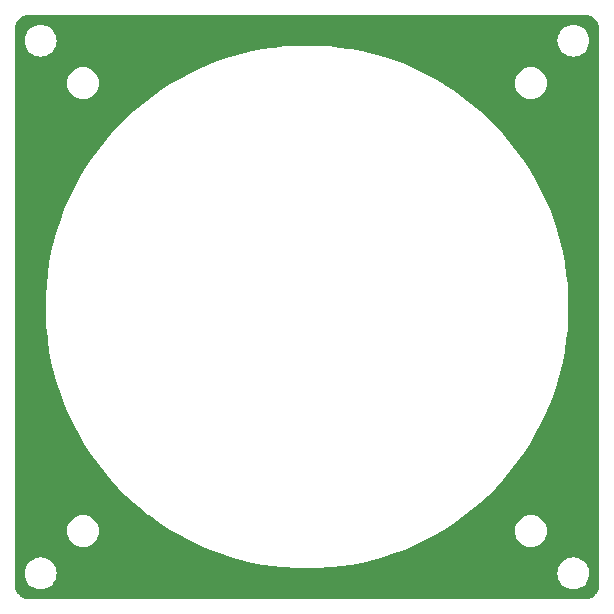
<source format=gbr>
%TF.GenerationSoftware,KiCad,Pcbnew,7.0.5*%
%TF.CreationDate,2024-08-05T01:27:44+08:00*%
%TF.ProjectId,TPS,5450532e-6b69-4636-9164-5f7063625858,rev?*%
%TF.SameCoordinates,Original*%
%TF.FileFunction,Copper,L2,Bot*%
%TF.FilePolarity,Positive*%
%FSLAX46Y46*%
G04 Gerber Fmt 4.6, Leading zero omitted, Abs format (unit mm)*
G04 Created by KiCad (PCBNEW 7.0.5) date 2024-08-05 01:27:44*
%MOMM*%
%LPD*%
G01*
G04 APERTURE LIST*
G04 APERTURE END LIST*
%TA.AperFunction,NonConductor*%
G36*
X86707426Y-55686691D02*
G01*
X86710040Y-55686896D01*
X86762011Y-55690986D01*
X86902579Y-55703285D01*
X86920698Y-55706236D01*
X87000242Y-55725333D01*
X87001699Y-55725702D01*
X87088318Y-55748912D01*
X87111714Y-55755181D01*
X87119400Y-55757790D01*
X87168484Y-55778120D01*
X87204737Y-55793136D01*
X87207156Y-55794201D01*
X87304970Y-55839813D01*
X87311140Y-55843128D01*
X87353965Y-55869371D01*
X87391767Y-55892537D01*
X87394927Y-55894608D01*
X87481606Y-55955302D01*
X87486285Y-55958924D01*
X87558840Y-56020892D01*
X87562389Y-56024173D01*
X87636824Y-56098608D01*
X87640109Y-56102162D01*
X87702070Y-56174708D01*
X87705707Y-56179406D01*
X87766385Y-56266064D01*
X87768461Y-56269231D01*
X87817863Y-56349845D01*
X87821193Y-56356043D01*
X87866780Y-56453804D01*
X87867870Y-56456281D01*
X87903208Y-56541598D01*
X87905817Y-56549284D01*
X87935277Y-56659226D01*
X87935676Y-56660800D01*
X87954760Y-56740290D01*
X87957714Y-56758430D01*
X87970014Y-56899024D01*
X87974309Y-56953572D01*
X87974500Y-56958440D01*
X87974500Y-103927559D01*
X87974309Y-103932427D01*
X87970014Y-103986974D01*
X87957714Y-104127568D01*
X87954760Y-104145708D01*
X87935676Y-104225198D01*
X87935277Y-104226772D01*
X87905817Y-104336714D01*
X87903208Y-104344400D01*
X87867870Y-104429717D01*
X87866780Y-104432194D01*
X87821193Y-104529955D01*
X87817863Y-104536153D01*
X87768461Y-104616767D01*
X87766385Y-104619934D01*
X87705707Y-104706592D01*
X87702062Y-104711300D01*
X87640118Y-104783827D01*
X87636812Y-104787403D01*
X87562403Y-104861812D01*
X87558827Y-104865118D01*
X87486300Y-104927062D01*
X87481592Y-104930707D01*
X87394934Y-104991385D01*
X87391767Y-104993461D01*
X87311153Y-105042863D01*
X87304955Y-105046193D01*
X87207194Y-105091780D01*
X87204717Y-105092870D01*
X87119400Y-105128208D01*
X87111714Y-105130817D01*
X87001772Y-105160277D01*
X87000198Y-105160676D01*
X86920708Y-105179760D01*
X86902568Y-105182714D01*
X86761974Y-105195014D01*
X86707427Y-105199309D01*
X86702559Y-105199500D01*
X39733441Y-105199500D01*
X39728573Y-105199309D01*
X39674024Y-105195014D01*
X39533430Y-105182714D01*
X39515290Y-105179760D01*
X39435800Y-105160676D01*
X39434226Y-105160277D01*
X39324284Y-105130817D01*
X39316598Y-105128208D01*
X39231281Y-105092870D01*
X39228804Y-105091780D01*
X39131043Y-105046193D01*
X39124845Y-105042863D01*
X39044231Y-104993461D01*
X39041064Y-104991385D01*
X39008182Y-104968361D01*
X38954399Y-104930702D01*
X38949708Y-104927070D01*
X38877162Y-104865109D01*
X38873608Y-104861824D01*
X38799173Y-104787389D01*
X38795892Y-104783840D01*
X38733924Y-104711285D01*
X38730302Y-104706606D01*
X38669608Y-104619927D01*
X38667537Y-104616767D01*
X38650182Y-104588448D01*
X38618128Y-104536140D01*
X38614813Y-104529970D01*
X38569201Y-104432156D01*
X38568136Y-104429737D01*
X38553120Y-104393484D01*
X38532790Y-104344400D01*
X38530181Y-104336714D01*
X38513350Y-104273901D01*
X38500702Y-104226699D01*
X38500333Y-104225242D01*
X38481236Y-104145698D01*
X38478285Y-104127579D01*
X38465984Y-103986974D01*
X38461691Y-103932426D01*
X38461500Y-103927560D01*
X38461500Y-103000000D01*
X39305341Y-103000000D01*
X39325936Y-103235403D01*
X39325938Y-103235413D01*
X39387094Y-103463655D01*
X39387096Y-103463659D01*
X39387097Y-103463663D01*
X39437030Y-103570745D01*
X39486964Y-103677828D01*
X39486965Y-103677830D01*
X39622505Y-103871402D01*
X39789597Y-104038494D01*
X39983169Y-104174034D01*
X39983171Y-104174035D01*
X40197337Y-104273903D01*
X40425592Y-104335063D01*
X40602032Y-104350499D01*
X40602033Y-104350500D01*
X40602034Y-104350500D01*
X40719967Y-104350500D01*
X40719967Y-104350499D01*
X40896408Y-104335063D01*
X41124663Y-104273903D01*
X41338829Y-104174035D01*
X41532401Y-104038495D01*
X41699495Y-103871401D01*
X41835035Y-103677830D01*
X41934903Y-103463663D01*
X41996063Y-103235408D01*
X42016659Y-103000000D01*
X84419341Y-103000000D01*
X84439936Y-103235403D01*
X84439938Y-103235413D01*
X84501094Y-103463655D01*
X84501096Y-103463659D01*
X84501097Y-103463663D01*
X84551031Y-103570745D01*
X84600964Y-103677828D01*
X84600965Y-103677830D01*
X84736505Y-103871402D01*
X84903597Y-104038494D01*
X85097169Y-104174034D01*
X85097171Y-104174035D01*
X85311337Y-104273903D01*
X85539592Y-104335063D01*
X85716032Y-104350499D01*
X85716033Y-104350500D01*
X85716034Y-104350500D01*
X85833967Y-104350500D01*
X85833967Y-104350499D01*
X86010408Y-104335063D01*
X86238663Y-104273903D01*
X86452829Y-104174035D01*
X86646401Y-104038495D01*
X86813495Y-103871401D01*
X86949035Y-103677830D01*
X87048903Y-103463663D01*
X87110063Y-103235408D01*
X87130659Y-103000000D01*
X87110063Y-102764592D01*
X87054853Y-102558542D01*
X87048905Y-102536344D01*
X87048904Y-102536343D01*
X87048903Y-102536337D01*
X86949035Y-102322171D01*
X86949034Y-102322169D01*
X86813494Y-102128597D01*
X86646402Y-101961505D01*
X86452830Y-101825965D01*
X86452828Y-101825964D01*
X86345746Y-101776031D01*
X86238663Y-101726097D01*
X86238659Y-101726096D01*
X86238655Y-101726094D01*
X86010413Y-101664938D01*
X86010403Y-101664936D01*
X85833967Y-101649500D01*
X85833966Y-101649500D01*
X85716034Y-101649500D01*
X85716033Y-101649500D01*
X85539596Y-101664936D01*
X85539586Y-101664938D01*
X85311344Y-101726094D01*
X85311335Y-101726098D01*
X85097171Y-101825964D01*
X85097169Y-101825965D01*
X84903597Y-101961505D01*
X84736506Y-102128597D01*
X84736501Y-102128604D01*
X84600967Y-102322165D01*
X84600965Y-102322169D01*
X84501098Y-102536335D01*
X84501094Y-102536344D01*
X84439938Y-102764586D01*
X84439936Y-102764596D01*
X84419341Y-102999999D01*
X84419341Y-103000000D01*
X42016659Y-103000000D01*
X41996063Y-102764592D01*
X41940853Y-102558542D01*
X41934905Y-102536344D01*
X41934904Y-102536343D01*
X41934903Y-102536337D01*
X41835035Y-102322171D01*
X41835034Y-102322169D01*
X41699494Y-102128597D01*
X41532402Y-101961505D01*
X41338830Y-101825965D01*
X41338828Y-101825964D01*
X41231746Y-101776030D01*
X41124663Y-101726097D01*
X41124659Y-101726096D01*
X41124655Y-101726094D01*
X40896413Y-101664938D01*
X40896403Y-101664936D01*
X40719967Y-101649500D01*
X40719966Y-101649500D01*
X40602034Y-101649500D01*
X40602033Y-101649500D01*
X40425596Y-101664936D01*
X40425586Y-101664938D01*
X40197344Y-101726094D01*
X40197335Y-101726098D01*
X39983171Y-101825964D01*
X39983169Y-101825965D01*
X39789597Y-101961505D01*
X39622506Y-102128597D01*
X39622501Y-102128604D01*
X39486967Y-102322165D01*
X39486965Y-102322169D01*
X39387098Y-102536335D01*
X39387094Y-102536344D01*
X39325938Y-102764586D01*
X39325936Y-102764596D01*
X39305341Y-102999999D01*
X39305341Y-103000000D01*
X38461500Y-103000000D01*
X38461500Y-99400000D01*
X42905341Y-99400000D01*
X42925936Y-99635403D01*
X42925938Y-99635413D01*
X42987094Y-99863655D01*
X42987096Y-99863659D01*
X42987097Y-99863663D01*
X43037031Y-99970746D01*
X43086964Y-100077828D01*
X43086965Y-100077830D01*
X43222505Y-100271402D01*
X43389597Y-100438494D01*
X43583169Y-100574034D01*
X43583171Y-100574035D01*
X43797337Y-100673903D01*
X44025592Y-100735063D01*
X44202032Y-100750499D01*
X44202033Y-100750500D01*
X44202034Y-100750500D01*
X44319967Y-100750500D01*
X44319967Y-100750499D01*
X44496408Y-100735063D01*
X44724663Y-100673903D01*
X44938829Y-100574035D01*
X45132401Y-100438495D01*
X45299495Y-100271401D01*
X45435035Y-100077830D01*
X45534903Y-99863663D01*
X45596063Y-99635408D01*
X45616659Y-99400000D01*
X45596063Y-99164592D01*
X45534903Y-98936337D01*
X45435035Y-98722171D01*
X45435034Y-98722169D01*
X45299494Y-98528597D01*
X45132402Y-98361505D01*
X44938830Y-98225965D01*
X44938828Y-98225964D01*
X44831746Y-98176030D01*
X44724663Y-98126097D01*
X44724659Y-98126096D01*
X44724655Y-98126094D01*
X44496413Y-98064938D01*
X44496403Y-98064936D01*
X44319967Y-98049500D01*
X44319966Y-98049500D01*
X44202034Y-98049500D01*
X44202033Y-98049500D01*
X44025596Y-98064936D01*
X44025586Y-98064938D01*
X43797344Y-98126094D01*
X43797335Y-98126098D01*
X43583171Y-98225964D01*
X43583169Y-98225965D01*
X43389597Y-98361505D01*
X43222506Y-98528597D01*
X43222501Y-98528604D01*
X43086967Y-98722165D01*
X43086965Y-98722169D01*
X42987098Y-98936335D01*
X42987094Y-98936344D01*
X42925938Y-99164586D01*
X42925936Y-99164596D01*
X42905341Y-99399999D01*
X42905341Y-99400000D01*
X38461500Y-99400000D01*
X38461500Y-80443002D01*
X41082513Y-80443002D01*
X41102452Y-81382203D01*
X41102458Y-81382457D01*
X41154619Y-82200460D01*
X41162257Y-82320237D01*
X41261796Y-83254566D01*
X41261798Y-83254579D01*
X41400911Y-84183909D01*
X41400914Y-84183930D01*
X41579338Y-85106487D01*
X41579343Y-85106510D01*
X41796749Y-86020616D01*
X41796757Y-86020646D01*
X42052785Y-86924779D01*
X42346940Y-87817187D01*
X42346949Y-87817212D01*
X42678718Y-88696346D01*
X43047510Y-89560626D01*
X43452652Y-90408481D01*
X43893392Y-91238338D01*
X43893402Y-91238357D01*
X43893407Y-91238365D01*
X44368988Y-92048797D01*
X44878535Y-92838315D01*
X44878541Y-92838323D01*
X45421140Y-93605506D01*
X45995808Y-94348966D01*
X45995817Y-94348977D01*
X46601481Y-95067332D01*
X46601521Y-95067378D01*
X47237149Y-95759403D01*
X47237172Y-95759427D01*
X47901572Y-96423827D01*
X47901596Y-96423850D01*
X48593621Y-97059478D01*
X48593667Y-97059518D01*
X49312022Y-97665182D01*
X49312033Y-97665191D01*
X49312044Y-97665200D01*
X49790452Y-98034991D01*
X49829191Y-98064936D01*
X50055505Y-98239868D01*
X50822685Y-98782465D01*
X51612203Y-99292012D01*
X52422635Y-99767593D01*
X53252521Y-100208349D01*
X54100365Y-100613486D01*
X54964640Y-100982276D01*
X55843788Y-101314051D01*
X56736225Y-101608216D01*
X57640343Y-101864240D01*
X57640366Y-101864245D01*
X57640383Y-101864250D01*
X58554489Y-102081656D01*
X58554512Y-102081661D01*
X59477085Y-102260088D01*
X60406399Y-102399199D01*
X60406425Y-102399201D01*
X60406433Y-102399203D01*
X61029319Y-102465562D01*
X61340780Y-102498744D01*
X62278543Y-102558542D01*
X63109601Y-102576185D01*
X63217997Y-102578487D01*
X63218000Y-102578487D01*
X63218003Y-102578487D01*
X63322384Y-102576270D01*
X64157457Y-102558542D01*
X65095220Y-102498744D01*
X65478788Y-102457880D01*
X66029566Y-102399203D01*
X66029571Y-102399202D01*
X66029601Y-102399199D01*
X66958915Y-102260088D01*
X67881488Y-102081661D01*
X67881498Y-102081658D01*
X67881510Y-102081656D01*
X68795616Y-101864250D01*
X68795624Y-101864247D01*
X68795657Y-101864240D01*
X69699775Y-101608216D01*
X70592212Y-101314051D01*
X71471360Y-100982276D01*
X72335635Y-100613486D01*
X73183479Y-100208349D01*
X74013365Y-99767593D01*
X74639776Y-99400000D01*
X80819341Y-99400000D01*
X80839936Y-99635403D01*
X80839938Y-99635413D01*
X80901094Y-99863655D01*
X80901096Y-99863659D01*
X80901097Y-99863663D01*
X80951031Y-99970745D01*
X81000964Y-100077828D01*
X81000965Y-100077830D01*
X81136505Y-100271402D01*
X81303597Y-100438494D01*
X81497169Y-100574034D01*
X81497171Y-100574035D01*
X81711337Y-100673903D01*
X81939592Y-100735063D01*
X82116032Y-100750499D01*
X82116033Y-100750500D01*
X82116034Y-100750500D01*
X82233967Y-100750500D01*
X82233967Y-100750499D01*
X82410408Y-100735063D01*
X82638663Y-100673903D01*
X82852829Y-100574035D01*
X83046401Y-100438495D01*
X83213495Y-100271401D01*
X83349035Y-100077830D01*
X83448903Y-99863663D01*
X83510063Y-99635408D01*
X83530659Y-99400000D01*
X83510063Y-99164592D01*
X83448903Y-98936337D01*
X83349035Y-98722171D01*
X83349034Y-98722169D01*
X83213494Y-98528597D01*
X83046402Y-98361505D01*
X82852830Y-98225965D01*
X82852828Y-98225964D01*
X82745746Y-98176031D01*
X82638663Y-98126097D01*
X82638659Y-98126096D01*
X82638655Y-98126094D01*
X82410413Y-98064938D01*
X82410403Y-98064936D01*
X82233967Y-98049500D01*
X82233966Y-98049500D01*
X82116034Y-98049500D01*
X82116033Y-98049500D01*
X81939596Y-98064936D01*
X81939586Y-98064938D01*
X81711344Y-98126094D01*
X81711335Y-98126098D01*
X81497171Y-98225964D01*
X81497169Y-98225965D01*
X81303597Y-98361505D01*
X81136506Y-98528597D01*
X81136501Y-98528604D01*
X81000967Y-98722165D01*
X81000965Y-98722169D01*
X80901098Y-98936335D01*
X80901094Y-98936344D01*
X80839938Y-99164586D01*
X80839936Y-99164596D01*
X80819341Y-99399999D01*
X80819341Y-99400000D01*
X74639776Y-99400000D01*
X74823797Y-99292012D01*
X75613315Y-98782465D01*
X76380495Y-98239868D01*
X77123956Y-97665200D01*
X77842357Y-97059497D01*
X78534404Y-96423850D01*
X79198850Y-95759404D01*
X79834497Y-95067357D01*
X80440200Y-94348956D01*
X81014868Y-93605495D01*
X81557465Y-92838315D01*
X82067012Y-92048797D01*
X82542593Y-91238365D01*
X82983349Y-90408479D01*
X83388486Y-89560635D01*
X83757276Y-88696360D01*
X84089051Y-87817212D01*
X84383216Y-86924775D01*
X84639240Y-86020657D01*
X84856661Y-85106488D01*
X85035088Y-84183915D01*
X85174199Y-83254601D01*
X85273744Y-82320220D01*
X85333542Y-81382457D01*
X85353487Y-80443000D01*
X85333542Y-79503543D01*
X85273744Y-78565780D01*
X85174199Y-77631399D01*
X85035088Y-76702085D01*
X84856661Y-75779512D01*
X84639240Y-74865343D01*
X84383216Y-73961225D01*
X84089051Y-73068788D01*
X83757276Y-72189640D01*
X83388486Y-71325365D01*
X82983349Y-70477521D01*
X82542593Y-69647635D01*
X82067012Y-68837203D01*
X81557465Y-68047685D01*
X81014868Y-67280505D01*
X80440200Y-66537044D01*
X80440191Y-66537033D01*
X80440182Y-66537022D01*
X79834518Y-65818667D01*
X79834478Y-65818621D01*
X79198850Y-65126596D01*
X79198827Y-65126572D01*
X78534427Y-64462172D01*
X78534403Y-64462149D01*
X77842378Y-63826521D01*
X77842332Y-63826481D01*
X77123977Y-63220817D01*
X77123966Y-63220808D01*
X76380506Y-62646140D01*
X76208512Y-62524495D01*
X75613315Y-62103535D01*
X75021220Y-61721403D01*
X74823799Y-61593989D01*
X74639776Y-61486000D01*
X80819341Y-61486000D01*
X80839936Y-61721403D01*
X80839938Y-61721413D01*
X80901094Y-61949655D01*
X80901096Y-61949659D01*
X80901097Y-61949663D01*
X80951031Y-62056745D01*
X81000964Y-62163828D01*
X81000965Y-62163830D01*
X81136505Y-62357402D01*
X81303597Y-62524494D01*
X81497169Y-62660034D01*
X81497171Y-62660035D01*
X81711337Y-62759903D01*
X81939592Y-62821063D01*
X82116032Y-62836499D01*
X82116033Y-62836500D01*
X82116034Y-62836500D01*
X82233967Y-62836500D01*
X82233967Y-62836499D01*
X82410408Y-62821063D01*
X82638663Y-62759903D01*
X82852829Y-62660035D01*
X83046401Y-62524495D01*
X83213495Y-62357401D01*
X83349035Y-62163830D01*
X83448903Y-61949663D01*
X83510063Y-61721408D01*
X83530659Y-61486000D01*
X83510063Y-61250592D01*
X83448903Y-61022337D01*
X83349035Y-60808171D01*
X83349034Y-60808169D01*
X83213494Y-60614597D01*
X83046402Y-60447505D01*
X82852830Y-60311965D01*
X82852828Y-60311964D01*
X82745745Y-60262030D01*
X82638663Y-60212097D01*
X82638659Y-60212096D01*
X82638655Y-60212094D01*
X82410413Y-60150938D01*
X82410403Y-60150936D01*
X82233967Y-60135500D01*
X82233966Y-60135500D01*
X82116034Y-60135500D01*
X82116033Y-60135500D01*
X81939596Y-60150936D01*
X81939586Y-60150938D01*
X81711344Y-60212094D01*
X81711335Y-60212098D01*
X81497171Y-60311964D01*
X81497169Y-60311965D01*
X81303597Y-60447505D01*
X81136506Y-60614597D01*
X81136501Y-60614604D01*
X81000967Y-60808165D01*
X81000965Y-60808169D01*
X80901098Y-61022335D01*
X80901094Y-61022344D01*
X80839938Y-61250586D01*
X80839936Y-61250596D01*
X80819341Y-61485999D01*
X80819341Y-61486000D01*
X74639776Y-61486000D01*
X74013384Y-61118418D01*
X74013338Y-61118392D01*
X73183481Y-60677652D01*
X73051524Y-60614597D01*
X72335635Y-60272514D01*
X72194045Y-60212097D01*
X71471346Y-59903718D01*
X70592212Y-59571949D01*
X70592187Y-59571940D01*
X69699779Y-59277785D01*
X69215268Y-59140583D01*
X68795657Y-59021760D01*
X68795654Y-59021759D01*
X68795646Y-59021757D01*
X68795616Y-59021749D01*
X67881510Y-58804343D01*
X67881487Y-58804338D01*
X66958930Y-58625914D01*
X66958909Y-58625911D01*
X66719334Y-58590048D01*
X66029601Y-58486801D01*
X66029594Y-58486800D01*
X66029579Y-58486798D01*
X66029566Y-58486796D01*
X65095236Y-58387257D01*
X65095238Y-58387257D01*
X64903184Y-58375010D01*
X64157457Y-58327458D01*
X64157443Y-58327457D01*
X64157433Y-58327457D01*
X63218003Y-58307513D01*
X63217997Y-58307513D01*
X62278566Y-58327457D01*
X62278554Y-58327457D01*
X62278543Y-58327458D01*
X61551429Y-58373823D01*
X61340762Y-58387257D01*
X60406433Y-58486796D01*
X60406420Y-58486798D01*
X60406402Y-58486800D01*
X60406399Y-58486801D01*
X60068783Y-58537339D01*
X59477090Y-58625911D01*
X59477069Y-58625914D01*
X58554512Y-58804338D01*
X58554489Y-58804343D01*
X57640383Y-59021749D01*
X57640353Y-59021757D01*
X56736220Y-59277785D01*
X55843812Y-59571940D01*
X55843787Y-59571949D01*
X54964653Y-59903718D01*
X54100373Y-60272510D01*
X53252518Y-60677652D01*
X52422661Y-61118392D01*
X52422615Y-61118418D01*
X51612200Y-61593989D01*
X50822676Y-62103541D01*
X50055493Y-62646140D01*
X49312033Y-63220808D01*
X49312022Y-63220817D01*
X48593667Y-63826481D01*
X48593621Y-63826521D01*
X47901596Y-64462149D01*
X47901572Y-64462172D01*
X47237172Y-65126572D01*
X47237149Y-65126596D01*
X46601521Y-65818621D01*
X46601481Y-65818667D01*
X45995817Y-66537022D01*
X45995808Y-66537033D01*
X45421140Y-67280493D01*
X44878541Y-68047676D01*
X44368989Y-68837200D01*
X43893418Y-69647615D01*
X43893392Y-69647661D01*
X43452652Y-70477518D01*
X43047510Y-71325373D01*
X42678718Y-72189653D01*
X42346949Y-73068787D01*
X42346940Y-73068812D01*
X42052785Y-73961220D01*
X41796757Y-74865353D01*
X41796749Y-74865383D01*
X41579343Y-75779489D01*
X41579338Y-75779512D01*
X41400914Y-76702069D01*
X41400911Y-76702090D01*
X41261798Y-77631420D01*
X41261796Y-77631433D01*
X41162257Y-78565762D01*
X41162256Y-78565780D01*
X41102458Y-79503543D01*
X41102458Y-79503551D01*
X41102457Y-79503566D01*
X41082513Y-80442997D01*
X41082513Y-80443002D01*
X38461500Y-80443002D01*
X38461500Y-61486000D01*
X42905341Y-61486000D01*
X42925936Y-61721403D01*
X42925938Y-61721413D01*
X42987094Y-61949655D01*
X42987096Y-61949659D01*
X42987097Y-61949663D01*
X43037031Y-62056745D01*
X43086964Y-62163828D01*
X43086965Y-62163830D01*
X43222505Y-62357402D01*
X43389597Y-62524494D01*
X43583169Y-62660034D01*
X43583171Y-62660035D01*
X43797337Y-62759903D01*
X44025592Y-62821063D01*
X44202032Y-62836499D01*
X44202033Y-62836500D01*
X44202034Y-62836500D01*
X44319967Y-62836500D01*
X44319967Y-62836499D01*
X44496408Y-62821063D01*
X44724663Y-62759903D01*
X44938829Y-62660035D01*
X45132401Y-62524495D01*
X45299495Y-62357401D01*
X45435035Y-62163830D01*
X45534903Y-61949663D01*
X45596063Y-61721408D01*
X45616659Y-61486000D01*
X45596063Y-61250592D01*
X45534903Y-61022337D01*
X45435035Y-60808171D01*
X45435034Y-60808169D01*
X45299494Y-60614597D01*
X45132402Y-60447505D01*
X44938830Y-60311965D01*
X44938828Y-60311964D01*
X44831746Y-60262030D01*
X44724663Y-60212097D01*
X44724659Y-60212096D01*
X44724655Y-60212094D01*
X44496413Y-60150938D01*
X44496403Y-60150936D01*
X44319967Y-60135500D01*
X44319966Y-60135500D01*
X44202034Y-60135500D01*
X44202033Y-60135500D01*
X44025596Y-60150936D01*
X44025586Y-60150938D01*
X43797344Y-60212094D01*
X43797335Y-60212098D01*
X43583171Y-60311964D01*
X43583169Y-60311965D01*
X43389597Y-60447505D01*
X43222506Y-60614597D01*
X43222501Y-60614604D01*
X43086967Y-60808165D01*
X43086965Y-60808169D01*
X42987098Y-61022335D01*
X42987094Y-61022344D01*
X42925938Y-61250586D01*
X42925936Y-61250596D01*
X42905341Y-61485999D01*
X42905341Y-61486000D01*
X38461500Y-61486000D01*
X38461500Y-57886000D01*
X39305341Y-57886000D01*
X39325936Y-58121403D01*
X39325938Y-58121413D01*
X39387094Y-58349655D01*
X39387096Y-58349659D01*
X39387097Y-58349663D01*
X39404627Y-58387256D01*
X39486964Y-58563828D01*
X39486965Y-58563830D01*
X39622505Y-58757402D01*
X39789597Y-58924494D01*
X39983169Y-59060034D01*
X39983171Y-59060035D01*
X40197337Y-59159903D01*
X40425592Y-59221063D01*
X40602032Y-59236499D01*
X40602033Y-59236500D01*
X40602034Y-59236500D01*
X40719967Y-59236500D01*
X40719967Y-59236499D01*
X40896408Y-59221063D01*
X41124663Y-59159903D01*
X41338829Y-59060035D01*
X41532401Y-58924495D01*
X41699495Y-58757401D01*
X41835035Y-58563830D01*
X41934903Y-58349663D01*
X41996063Y-58121408D01*
X42016659Y-57886000D01*
X84419341Y-57886000D01*
X84439936Y-58121403D01*
X84439938Y-58121413D01*
X84501094Y-58349655D01*
X84501096Y-58349659D01*
X84501097Y-58349663D01*
X84518627Y-58387256D01*
X84600964Y-58563828D01*
X84600965Y-58563830D01*
X84736505Y-58757402D01*
X84903597Y-58924494D01*
X85097169Y-59060034D01*
X85097171Y-59060035D01*
X85311337Y-59159903D01*
X85539592Y-59221063D01*
X85716032Y-59236499D01*
X85716033Y-59236500D01*
X85716034Y-59236500D01*
X85833967Y-59236500D01*
X85833967Y-59236499D01*
X86010408Y-59221063D01*
X86238663Y-59159903D01*
X86452829Y-59060035D01*
X86646401Y-58924495D01*
X86813495Y-58757401D01*
X86949035Y-58563830D01*
X87048903Y-58349663D01*
X87110063Y-58121408D01*
X87130659Y-57886000D01*
X87110063Y-57650592D01*
X87048903Y-57422337D01*
X86949035Y-57208171D01*
X86949034Y-57208169D01*
X86813494Y-57014597D01*
X86646402Y-56847505D01*
X86452830Y-56711965D01*
X86452828Y-56711964D01*
X86338152Y-56658490D01*
X86238663Y-56612097D01*
X86238659Y-56612096D01*
X86238655Y-56612094D01*
X86010413Y-56550938D01*
X86010403Y-56550936D01*
X85833967Y-56535500D01*
X85833966Y-56535500D01*
X85716034Y-56535500D01*
X85716033Y-56535500D01*
X85539596Y-56550936D01*
X85539586Y-56550938D01*
X85311344Y-56612094D01*
X85311335Y-56612098D01*
X85097171Y-56711964D01*
X85097169Y-56711965D01*
X84903597Y-56847505D01*
X84736506Y-57014597D01*
X84736501Y-57014604D01*
X84600967Y-57208165D01*
X84600965Y-57208169D01*
X84501098Y-57422335D01*
X84501094Y-57422344D01*
X84439938Y-57650586D01*
X84439936Y-57650596D01*
X84419341Y-57885999D01*
X84419341Y-57886000D01*
X42016659Y-57886000D01*
X41996063Y-57650592D01*
X41934903Y-57422337D01*
X41835035Y-57208171D01*
X41835034Y-57208169D01*
X41699494Y-57014597D01*
X41532402Y-56847505D01*
X41338830Y-56711965D01*
X41338828Y-56711964D01*
X41224152Y-56658490D01*
X41124663Y-56612097D01*
X41124659Y-56612096D01*
X41124655Y-56612094D01*
X40896413Y-56550938D01*
X40896403Y-56550936D01*
X40719967Y-56535500D01*
X40719966Y-56535500D01*
X40602034Y-56535500D01*
X40602033Y-56535500D01*
X40425596Y-56550936D01*
X40425586Y-56550938D01*
X40197344Y-56612094D01*
X40197335Y-56612098D01*
X39983171Y-56711964D01*
X39983169Y-56711965D01*
X39789597Y-56847505D01*
X39622506Y-57014597D01*
X39622501Y-57014604D01*
X39486967Y-57208165D01*
X39486965Y-57208169D01*
X39387098Y-57422335D01*
X39387094Y-57422344D01*
X39325938Y-57650586D01*
X39325936Y-57650596D01*
X39305341Y-57885999D01*
X39305341Y-57886000D01*
X38461500Y-57886000D01*
X38461500Y-56958436D01*
X38461691Y-56953571D01*
X38465979Y-56899080D01*
X38478286Y-56758416D01*
X38481235Y-56740305D01*
X38500342Y-56660719D01*
X38500693Y-56659335D01*
X38530182Y-56549280D01*
X38532790Y-56541598D01*
X38535316Y-56535500D01*
X38568151Y-56456228D01*
X38569185Y-56453877D01*
X38614820Y-56356014D01*
X38618119Y-56349873D01*
X38667548Y-56269213D01*
X38669587Y-56266102D01*
X38730316Y-56179372D01*
X38733908Y-56174733D01*
X38795914Y-56102133D01*
X38799149Y-56098634D01*
X38873634Y-56024149D01*
X38877133Y-56020914D01*
X38949733Y-55958908D01*
X38954372Y-55955316D01*
X39041102Y-55894587D01*
X39044213Y-55892548D01*
X39124873Y-55843119D01*
X39131014Y-55839820D01*
X39228877Y-55794185D01*
X39231228Y-55793151D01*
X39316599Y-55757789D01*
X39324280Y-55755182D01*
X39434335Y-55725693D01*
X39435719Y-55725342D01*
X39515305Y-55706235D01*
X39533416Y-55703286D01*
X39674043Y-55690982D01*
X39721497Y-55687247D01*
X39728575Y-55686691D01*
X39733440Y-55686500D01*
X86702560Y-55686500D01*
X86707426Y-55686691D01*
G37*
%TD.AperFunction*%
M02*

</source>
